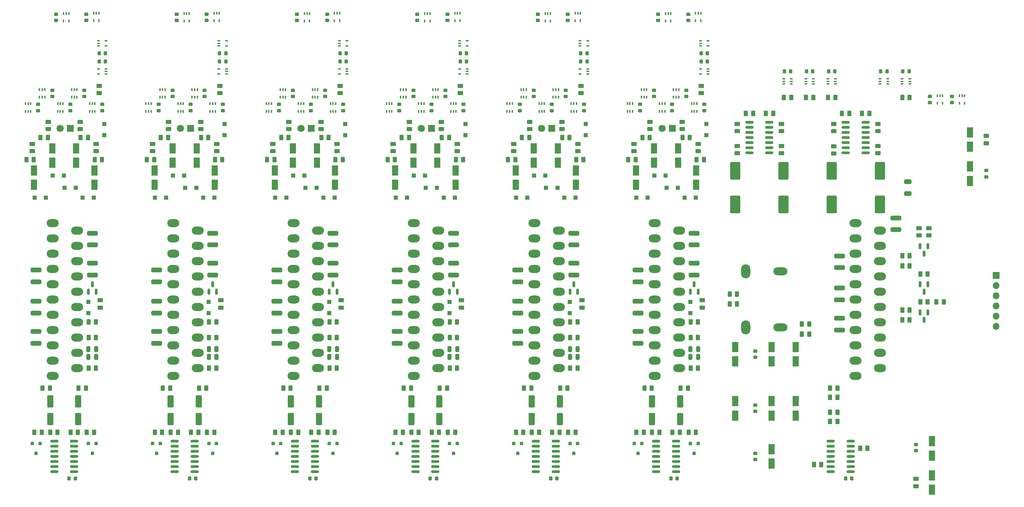
<source format=gbs>
G04 #@! TF.GenerationSoftware,KiCad,Pcbnew,8.0.8-2.fc41*
G04 #@! TF.CreationDate,2025-02-05T21:45:11+00:00*
G04 #@! TF.ProjectId,SCART_switcher,53434152-545f-4737-9769-74636865722e,rev?*
G04 #@! TF.SameCoordinates,Original*
G04 #@! TF.FileFunction,Soldermask,Bot*
G04 #@! TF.FilePolarity,Negative*
%FSLAX46Y46*%
G04 Gerber Fmt 4.6, Leading zero omitted, Abs format (unit mm)*
G04 Created by KiCad (PCBNEW 8.0.8-2.fc41) date 2025-02-05 21:45:11*
%MOMM*%
%LPD*%
G01*
G04 APERTURE LIST*
G04 Aperture macros list*
%AMRoundRect*
0 Rectangle with rounded corners*
0 $1 Rounding radius*
0 $2 $3 $4 $5 $6 $7 $8 $9 X,Y pos of 4 corners*
0 Add a 4 corners polygon primitive as box body*
4,1,4,$2,$3,$4,$5,$6,$7,$8,$9,$2,$3,0*
0 Add four circle primitives for the rounded corners*
1,1,$1+$1,$2,$3*
1,1,$1+$1,$4,$5*
1,1,$1+$1,$6,$7*
1,1,$1+$1,$8,$9*
0 Add four rect primitives between the rounded corners*
20,1,$1+$1,$2,$3,$4,$5,0*
20,1,$1+$1,$4,$5,$6,$7,0*
20,1,$1+$1,$6,$7,$8,$9,0*
20,1,$1+$1,$8,$9,$2,$3,0*%
G04 Aperture macros list end*
%ADD10R,1.800000X1.800000*%
%ADD11C,1.800000*%
%ADD12O,3.000000X2.000000*%
%ADD13O,3.500000X2.000000*%
%ADD14O,2.300000X3.500000*%
%ADD15R,1.700000X1.700000*%
%ADD16O,1.700000X1.700000*%
%ADD17RoundRect,0.250000X-0.262500X-0.450000X0.262500X-0.450000X0.262500X0.450000X-0.262500X0.450000X0*%
%ADD18RoundRect,0.250000X-1.075000X0.312500X-1.075000X-0.312500X1.075000X-0.312500X1.075000X0.312500X0*%
%ADD19RoundRect,0.225000X0.250000X-0.225000X0.250000X0.225000X-0.250000X0.225000X-0.250000X-0.225000X0*%
%ADD20RoundRect,0.250000X0.262500X0.450000X-0.262500X0.450000X-0.262500X-0.450000X0.262500X-0.450000X0*%
%ADD21RoundRect,0.250000X-0.550000X1.050000X-0.550000X-1.050000X0.550000X-1.050000X0.550000X1.050000X0*%
%ADD22RoundRect,0.250000X0.300000X0.300000X-0.300000X0.300000X-0.300000X-0.300000X0.300000X-0.300000X0*%
%ADD23RoundRect,0.100000X-0.100000X0.225000X-0.100000X-0.225000X0.100000X-0.225000X0.100000X0.225000X0*%
%ADD24RoundRect,0.250000X-1.000000X1.950000X-1.000000X-1.950000X1.000000X-1.950000X1.000000X1.950000X0*%
%ADD25RoundRect,0.100000X-0.225000X-0.100000X0.225000X-0.100000X0.225000X0.100000X-0.225000X0.100000X0*%
%ADD26RoundRect,0.250000X0.300000X-0.300000X0.300000X0.300000X-0.300000X0.300000X-0.300000X-0.300000X0*%
%ADD27RoundRect,0.250000X0.450000X-0.262500X0.450000X0.262500X-0.450000X0.262500X-0.450000X-0.262500X0*%
%ADD28RoundRect,0.250000X0.550000X-1.050000X0.550000X1.050000X-0.550000X1.050000X-0.550000X-1.050000X0*%
%ADD29RoundRect,0.200000X-0.200000X0.250000X-0.200000X-0.250000X0.200000X-0.250000X0.200000X0.250000X0*%
%ADD30RoundRect,0.250000X0.550000X-1.250000X0.550000X1.250000X-0.550000X1.250000X-0.550000X-1.250000X0*%
%ADD31RoundRect,0.100000X0.225000X0.100000X-0.225000X0.100000X-0.225000X-0.100000X0.225000X-0.100000X0*%
%ADD32RoundRect,0.250000X-0.300000X-0.300000X0.300000X-0.300000X0.300000X0.300000X-0.300000X0.300000X0*%
%ADD33RoundRect,0.225000X0.225000X0.250000X-0.225000X0.250000X-0.225000X-0.250000X0.225000X-0.250000X0*%
%ADD34RoundRect,0.250000X0.250000X0.475000X-0.250000X0.475000X-0.250000X-0.475000X0.250000X-0.475000X0*%
%ADD35RoundRect,0.225000X-0.250000X0.225000X-0.250000X-0.225000X0.250000X-0.225000X0.250000X0.225000X0*%
%ADD36RoundRect,0.150000X0.825000X0.150000X-0.825000X0.150000X-0.825000X-0.150000X0.825000X-0.150000X0*%
%ADD37RoundRect,0.250000X-0.450000X0.262500X-0.450000X-0.262500X0.450000X-0.262500X0.450000X0.262500X0*%
%ADD38RoundRect,0.150000X0.150000X-0.587500X0.150000X0.587500X-0.150000X0.587500X-0.150000X-0.587500X0*%
%ADD39RoundRect,0.250000X-0.300000X0.300000X-0.300000X-0.300000X0.300000X-0.300000X0.300000X0.300000X0*%
%ADD40RoundRect,0.225000X-0.225000X-0.250000X0.225000X-0.250000X0.225000X0.250000X-0.225000X0.250000X0*%
%ADD41RoundRect,0.150000X-0.150000X0.587500X-0.150000X-0.587500X0.150000X-0.587500X0.150000X0.587500X0*%
%ADD42RoundRect,0.150000X-0.825000X-0.150000X0.825000X-0.150000X0.825000X0.150000X-0.825000X0.150000X0*%
%ADD43RoundRect,0.250000X0.650000X-0.325000X0.650000X0.325000X-0.650000X0.325000X-0.650000X-0.325000X0*%
G04 APERTURE END LIST*
D10*
X30275000Y-68750000D03*
D11*
X27735000Y-68750000D03*
D12*
X25900707Y-130404293D03*
X32000707Y-128499293D03*
X25900707Y-126594293D03*
X32000707Y-124689293D03*
X25900707Y-122784293D03*
X32000707Y-120879293D03*
X25900707Y-118974293D03*
X32000707Y-117069293D03*
X25900707Y-115164293D03*
X32000707Y-113259293D03*
X25900707Y-111354293D03*
X32000707Y-109449293D03*
X25900707Y-107544293D03*
X32000707Y-105639293D03*
X25900707Y-103734293D03*
X32000707Y-101829293D03*
X25900707Y-99924293D03*
X32000707Y-98019293D03*
X25900707Y-96114293D03*
X32000707Y-94209293D03*
X25900707Y-92304293D03*
X55900707Y-130404293D03*
X62000707Y-128499293D03*
X55900707Y-126594293D03*
X62000707Y-124689293D03*
X55900707Y-122784293D03*
X62000707Y-120879293D03*
X55900707Y-118974293D03*
X62000707Y-117069293D03*
X55900707Y-115164293D03*
X62000707Y-113259293D03*
X55900707Y-111354293D03*
X62000707Y-109449293D03*
X55900707Y-107544293D03*
X62000707Y-105639293D03*
X55900707Y-103734293D03*
X62000707Y-101829293D03*
X55900707Y-99924293D03*
X62000707Y-98019293D03*
X55900707Y-96114293D03*
X62000707Y-94209293D03*
X55900707Y-92304293D03*
D10*
X180275000Y-68750000D03*
D11*
X177735000Y-68750000D03*
D12*
X175900707Y-130404293D03*
X182000707Y-128499293D03*
X175900707Y-126594293D03*
X182000707Y-124689293D03*
X175900707Y-122784293D03*
X182000707Y-120879293D03*
X175900707Y-118974293D03*
X182000707Y-117069293D03*
X175900707Y-115164293D03*
X182000707Y-113259293D03*
X175900707Y-111354293D03*
X182000707Y-109449293D03*
X175900707Y-107544293D03*
X182000707Y-105639293D03*
X175900707Y-103734293D03*
X182000707Y-101829293D03*
X175900707Y-99924293D03*
X182000707Y-98019293D03*
X175900707Y-96114293D03*
X182000707Y-94209293D03*
X175900707Y-92304293D03*
D10*
X60275000Y-68750000D03*
D11*
X57735000Y-68750000D03*
D10*
X150275000Y-68750000D03*
D11*
X147735000Y-68750000D03*
D12*
X85900707Y-130404293D03*
X92000707Y-128499293D03*
X85900707Y-126594293D03*
X92000707Y-124689293D03*
X85900707Y-122784293D03*
X92000707Y-120879293D03*
X85900707Y-118974293D03*
X92000707Y-117069293D03*
X85900707Y-115164293D03*
X92000707Y-113259293D03*
X85900707Y-111354293D03*
X92000707Y-109449293D03*
X85900707Y-107544293D03*
X92000707Y-105639293D03*
X85900707Y-103734293D03*
X92000707Y-101829293D03*
X85900707Y-99924293D03*
X92000707Y-98019293D03*
X85900707Y-96114293D03*
X92000707Y-94209293D03*
X85900707Y-92304293D03*
X115900707Y-130404293D03*
X122000707Y-128499293D03*
X115900707Y-126594293D03*
X122000707Y-124689293D03*
X115900707Y-122784293D03*
X122000707Y-120879293D03*
X115900707Y-118974293D03*
X122000707Y-117069293D03*
X115900707Y-115164293D03*
X122000707Y-113259293D03*
X115900707Y-111354293D03*
X122000707Y-109449293D03*
X115900707Y-107544293D03*
X122000707Y-105639293D03*
X115900707Y-103734293D03*
X122000707Y-101829293D03*
X115900707Y-99924293D03*
X122000707Y-98019293D03*
X115900707Y-96114293D03*
X122000707Y-94209293D03*
X115900707Y-92304293D03*
D13*
X207250707Y-118354293D03*
D14*
X198550707Y-118354293D03*
D13*
X207250707Y-104354293D03*
D14*
X198550707Y-104354293D03*
D15*
X261000000Y-105380000D03*
D16*
X261000000Y-107920000D03*
X261000000Y-110460000D03*
X261000000Y-113000000D03*
X261000000Y-115540000D03*
X261000000Y-118080000D03*
D12*
X225900707Y-130404293D03*
X232000707Y-128499293D03*
X225900707Y-126594293D03*
X232000707Y-124689293D03*
X225900707Y-122784293D03*
X232000707Y-120879293D03*
X225900707Y-118974293D03*
X232000707Y-117069293D03*
X225900707Y-115164293D03*
X232000707Y-113259293D03*
X225900707Y-111354293D03*
X232000707Y-109449293D03*
X225900707Y-107544293D03*
X232000707Y-105639293D03*
X225900707Y-103734293D03*
X232000707Y-101829293D03*
X225900707Y-99924293D03*
X232000707Y-98019293D03*
X225900707Y-96114293D03*
X232000707Y-94209293D03*
X225900707Y-92304293D03*
D10*
X120275000Y-68750000D03*
D11*
X117735000Y-68750000D03*
D10*
X90275000Y-68750000D03*
D11*
X87735000Y-68750000D03*
D12*
X145900707Y-130404293D03*
X152000707Y-128499293D03*
X145900707Y-126594293D03*
X152000707Y-124689293D03*
X145900707Y-122784293D03*
X152000707Y-120879293D03*
X145900707Y-118974293D03*
X152000707Y-117069293D03*
X145900707Y-115164293D03*
X152000707Y-113259293D03*
X145900707Y-111354293D03*
X152000707Y-109449293D03*
X145900707Y-107544293D03*
X152000707Y-105639293D03*
X145900707Y-103734293D03*
X152000707Y-101829293D03*
X145900707Y-99924293D03*
X152000707Y-98019293D03*
X145900707Y-96114293D03*
X152000707Y-94209293D03*
X145900707Y-92304293D03*
D17*
X186337500Y-76500000D03*
X188162500Y-76500000D03*
X219587500Y-135750000D03*
X221412500Y-135750000D03*
D18*
X35750000Y-102337500D03*
X35750000Y-105262500D03*
D19*
X176750000Y-41775000D03*
X176750000Y-40225000D03*
D20*
X175162500Y-133500000D03*
X173337500Y-133500000D03*
D21*
X66250000Y-79200000D03*
X66250000Y-82800000D03*
D22*
X181650000Y-83500000D03*
X178850000Y-83500000D03*
D20*
X114662500Y-71000000D03*
X112837500Y-71000000D03*
D23*
X19100000Y-62550000D03*
X19750000Y-62550000D03*
X20400000Y-62550000D03*
X20400000Y-64450000D03*
X19750000Y-64450000D03*
X19100000Y-64450000D03*
D22*
X156150000Y-86000000D03*
X153350000Y-86000000D03*
D17*
X94837500Y-128500000D03*
X96662500Y-128500000D03*
D21*
X85750000Y-73700000D03*
X85750000Y-77300000D03*
D24*
X232000000Y-79300000D03*
X232000000Y-87700000D03*
D25*
X219050000Y-57650000D03*
X219050000Y-57000000D03*
X219050000Y-56350000D03*
X220950000Y-56350000D03*
X220950000Y-57000000D03*
X220950000Y-57650000D03*
D26*
X64750000Y-114800000D03*
X64750000Y-112000000D03*
D19*
X172250000Y-64275000D03*
X172250000Y-62725000D03*
D17*
X184837500Y-120900000D03*
X186662500Y-120900000D03*
D27*
X244250000Y-95412500D03*
X244250000Y-93587500D03*
D19*
X146750000Y-41775000D03*
X146750000Y-40225000D03*
D28*
X196000000Y-140300000D03*
X196000000Y-136700000D03*
D23*
X112600000Y-59050000D03*
X113250000Y-59050000D03*
X113900000Y-59050000D03*
X113900000Y-60950000D03*
X113250000Y-60950000D03*
X112600000Y-60950000D03*
D29*
X154800000Y-147300000D03*
X156700000Y-147300000D03*
X155750000Y-149700000D03*
D20*
X55162500Y-133500000D03*
X53337500Y-133500000D03*
D23*
X117100000Y-62550000D03*
X117750000Y-62550000D03*
X118400000Y-62550000D03*
X118400000Y-64450000D03*
X117750000Y-64450000D03*
X117100000Y-64450000D03*
D17*
X182837500Y-71000000D03*
X184662500Y-71000000D03*
D20*
X62162500Y-144500000D03*
X60337500Y-144500000D03*
D17*
X34837500Y-117000000D03*
X36662500Y-117000000D03*
D21*
X55750000Y-73700000D03*
X55750000Y-77300000D03*
D18*
X81750000Y-111837500D03*
X81750000Y-114762500D03*
D20*
X145162500Y-133500000D03*
X143337500Y-133500000D03*
D30*
X55250000Y-141200000D03*
X55250000Y-136800000D03*
D31*
X189200000Y-53850000D03*
X189200000Y-54500000D03*
X189200000Y-55150000D03*
X187300000Y-55150000D03*
X187300000Y-53850000D03*
D19*
X150250000Y-64275000D03*
X150250000Y-62725000D03*
D32*
X51350000Y-86000000D03*
X54150000Y-86000000D03*
D17*
X62337500Y-133500000D03*
X64162500Y-133500000D03*
D19*
X30250000Y-64275000D03*
X30250000Y-62725000D03*
D20*
X53162500Y-144500000D03*
X51337500Y-144500000D03*
D17*
X64837500Y-120900000D03*
X66662500Y-120900000D03*
X122337500Y-133500000D03*
X124162500Y-133500000D03*
X154337500Y-144500000D03*
X156162500Y-144500000D03*
D18*
X21750000Y-104037500D03*
X21750000Y-106962500D03*
X141750000Y-119337500D03*
X141750000Y-122262500D03*
D17*
X62837500Y-71000000D03*
X64662500Y-71000000D03*
D20*
X111162500Y-76500000D03*
X109337500Y-76500000D03*
D30*
X62250000Y-141200000D03*
X62250000Y-136800000D03*
D33*
X121525000Y-156000000D03*
X119975000Y-156000000D03*
D19*
X22250000Y-64275000D03*
X22250000Y-62725000D03*
D21*
X151750000Y-73700000D03*
X151750000Y-77300000D03*
D20*
X209912500Y-61000000D03*
X208087500Y-61000000D03*
D23*
X150600000Y-59050000D03*
X151250000Y-59050000D03*
X151900000Y-59050000D03*
X151900000Y-60950000D03*
X151250000Y-60950000D03*
X150600000Y-60950000D03*
D20*
X239412500Y-114000000D03*
X237587500Y-114000000D03*
X173162500Y-144500000D03*
X171337500Y-144500000D03*
D25*
X97300000Y-48150000D03*
X97300000Y-47500000D03*
X97300000Y-46850000D03*
X99200000Y-46850000D03*
X99200000Y-48150000D03*
D20*
X243912500Y-105000000D03*
X242087500Y-105000000D03*
X152162500Y-144500000D03*
X150337500Y-144500000D03*
D34*
X156700000Y-125700000D03*
X154800000Y-125700000D03*
D35*
X241000000Y-147500000D03*
X241000000Y-149050000D03*
D19*
X184250000Y-41775000D03*
X184250000Y-40225000D03*
D25*
X187300000Y-48150000D03*
X187300000Y-47500000D03*
X187300000Y-46850000D03*
X189200000Y-46850000D03*
X189200000Y-48150000D03*
D20*
X51162500Y-76500000D03*
X49337500Y-76500000D03*
D21*
X141250000Y-79200000D03*
X141250000Y-82800000D03*
D30*
X115250000Y-141200000D03*
X115250000Y-136800000D03*
X122250000Y-141200000D03*
X122250000Y-136800000D03*
D21*
X121750000Y-73700000D03*
X121750000Y-77300000D03*
D36*
X228475000Y-67190000D03*
X228475000Y-68460000D03*
X228475000Y-69730000D03*
X228475000Y-71000000D03*
X228475000Y-72270000D03*
X228475000Y-73540000D03*
X228475000Y-74810000D03*
X223525000Y-74810000D03*
X223525000Y-73540000D03*
X223525000Y-72270000D03*
X223525000Y-71000000D03*
X223525000Y-69730000D03*
X223525000Y-68460000D03*
X223525000Y-67190000D03*
D23*
X30600000Y-59050000D03*
X31250000Y-59050000D03*
X31900000Y-59050000D03*
X31900000Y-60950000D03*
X31250000Y-60950000D03*
X30600000Y-60950000D03*
D20*
X24662500Y-71000000D03*
X22837500Y-71000000D03*
D27*
X97750000Y-113412500D03*
X97750000Y-111587500D03*
D33*
X61525000Y-156000000D03*
X59975000Y-156000000D03*
D23*
X65100000Y-62550000D03*
X65750000Y-62550000D03*
X66400000Y-62550000D03*
X66400000Y-64450000D03*
X65750000Y-64450000D03*
X65100000Y-64450000D03*
D27*
X187500000Y-59912500D03*
X187500000Y-58087500D03*
D26*
X34750000Y-114800000D03*
X34750000Y-112000000D03*
D23*
X96100000Y-40000000D03*
X96750000Y-40000000D03*
X97400000Y-40000000D03*
X97400000Y-41900000D03*
X96100000Y-41900000D03*
D17*
X94837500Y-117000000D03*
X96662500Y-117000000D03*
D33*
X233775000Y-54500000D03*
X232225000Y-54500000D03*
D20*
X171162500Y-76500000D03*
X169337500Y-76500000D03*
X239412500Y-61000000D03*
X237587500Y-61000000D03*
D19*
X128250000Y-64275000D03*
X128250000Y-62725000D03*
D23*
X126100000Y-40000000D03*
X126750000Y-40000000D03*
X127400000Y-40000000D03*
X127400000Y-41900000D03*
X126100000Y-41900000D03*
D30*
X25250000Y-141200000D03*
X25250000Y-136800000D03*
D37*
X231500000Y-73087500D03*
X231500000Y-74912500D03*
X196500000Y-67587500D03*
X196500000Y-69412500D03*
D38*
X186700000Y-109437500D03*
X184800000Y-109437500D03*
X185750000Y-107562500D03*
D22*
X151650000Y-83500000D03*
X148850000Y-83500000D03*
D38*
X96700000Y-109437500D03*
X94800000Y-109437500D03*
X95750000Y-107562500D03*
D17*
X145250000Y-144500000D03*
X147075000Y-144500000D03*
D34*
X66700000Y-125700000D03*
X64800000Y-125700000D03*
X186700000Y-125700000D03*
X184800000Y-125700000D03*
D19*
X258500000Y-80775000D03*
X258500000Y-79225000D03*
X188250000Y-64275000D03*
X188250000Y-62725000D03*
D24*
X208000000Y-79300000D03*
X208000000Y-87700000D03*
D27*
X127750000Y-113412500D03*
X127750000Y-111587500D03*
D19*
X90250000Y-64275000D03*
X90250000Y-62725000D03*
D17*
X34337500Y-144500000D03*
X36162500Y-144500000D03*
X194587500Y-110000000D03*
X196412500Y-110000000D03*
D23*
X109100000Y-62550000D03*
X109750000Y-62550000D03*
X110400000Y-62550000D03*
X110400000Y-64450000D03*
X109750000Y-64450000D03*
X109100000Y-64450000D03*
D17*
X126337500Y-76500000D03*
X128162500Y-76500000D03*
D19*
X250000000Y-62275000D03*
X250000000Y-60725000D03*
D23*
X172600000Y-59050000D03*
X173250000Y-59050000D03*
X173900000Y-59050000D03*
X173900000Y-60950000D03*
X173250000Y-60950000D03*
X172600000Y-60950000D03*
D18*
X65750000Y-102337500D03*
X65750000Y-105262500D03*
D17*
X34837500Y-120900000D03*
X36662500Y-120900000D03*
D24*
X220000000Y-79300000D03*
X220000000Y-87700000D03*
D27*
X182750000Y-68912500D03*
X182750000Y-67087500D03*
D21*
X81250000Y-79200000D03*
X81250000Y-82800000D03*
D17*
X219587500Y-133500000D03*
X221412500Y-133500000D03*
D19*
X25750000Y-60775000D03*
X25750000Y-59225000D03*
D38*
X156700000Y-109437500D03*
X154800000Y-109437500D03*
X155750000Y-107562500D03*
D29*
X184800000Y-147300000D03*
X186700000Y-147300000D03*
X185750000Y-149700000D03*
D17*
X94837500Y-120900000D03*
X96662500Y-120900000D03*
D23*
X87100000Y-62550000D03*
X87750000Y-62550000D03*
X88400000Y-62550000D03*
X88400000Y-64450000D03*
X87750000Y-64450000D03*
X87100000Y-64450000D03*
D20*
X84662500Y-71000000D03*
X82837500Y-71000000D03*
D39*
X38750000Y-67600000D03*
X38750000Y-70400000D03*
D38*
X36700000Y-109437500D03*
X34800000Y-109437500D03*
X35750000Y-107562500D03*
D18*
X95750000Y-94837500D03*
X95750000Y-97762500D03*
D20*
X247912500Y-112000000D03*
X246087500Y-112000000D03*
D17*
X32337500Y-133500000D03*
X34162500Y-133500000D03*
D22*
X31650000Y-83500000D03*
X28850000Y-83500000D03*
D17*
X203587500Y-65000000D03*
X205412500Y-65000000D03*
X124837500Y-117000000D03*
X126662500Y-117000000D03*
X175250000Y-144500000D03*
X177075000Y-144500000D03*
D18*
X171750000Y-111837500D03*
X171750000Y-114762500D03*
D29*
X110800000Y-147300000D03*
X112700000Y-147300000D03*
X111750000Y-149700000D03*
D28*
X254500000Y-81800000D03*
X254500000Y-78200000D03*
D39*
X158750000Y-67600000D03*
X158750000Y-70400000D03*
D17*
X152837500Y-71000000D03*
X154662500Y-71000000D03*
D19*
X68250000Y-64275000D03*
X68250000Y-62725000D03*
D17*
X34837500Y-128500000D03*
X36662500Y-128500000D03*
D34*
X66700000Y-123700000D03*
X64800000Y-123700000D03*
D23*
X95100000Y-62550000D03*
X95750000Y-62550000D03*
X96400000Y-62550000D03*
X96400000Y-64450000D03*
X95750000Y-64450000D03*
X95100000Y-64450000D03*
D18*
X236000000Y-91037500D03*
X236000000Y-93962500D03*
D23*
X120600000Y-59050000D03*
X121250000Y-59050000D03*
X121900000Y-59050000D03*
X121900000Y-60950000D03*
X121250000Y-60950000D03*
X120600000Y-60950000D03*
D37*
X220500000Y-73175000D03*
X220500000Y-75000000D03*
D19*
X142250000Y-64275000D03*
X142250000Y-62725000D03*
D18*
X35750000Y-94837500D03*
X35750000Y-97762500D03*
D17*
X64337500Y-144500000D03*
X66162500Y-144500000D03*
D27*
X140750000Y-74412500D03*
X140750000Y-72587500D03*
D20*
X243912500Y-112000000D03*
X242087500Y-112000000D03*
D18*
X125750000Y-94837500D03*
X125750000Y-97762500D03*
D17*
X227587500Y-65000000D03*
X229412500Y-65000000D03*
D27*
X186750000Y-74412500D03*
X186750000Y-72587500D03*
X37750000Y-113412500D03*
X37750000Y-111587500D03*
D20*
X217412500Y-152500000D03*
X215587500Y-152500000D03*
D18*
X111750000Y-104037500D03*
X111750000Y-106962500D03*
D22*
X36150000Y-86000000D03*
X33350000Y-86000000D03*
D27*
X187750000Y-113412500D03*
X187750000Y-111587500D03*
D19*
X112250000Y-64275000D03*
X112250000Y-62725000D03*
D20*
X182162500Y-144500000D03*
X180337500Y-144500000D03*
D25*
X213550000Y-57650000D03*
X213550000Y-57000000D03*
X213550000Y-56350000D03*
X215450000Y-56350000D03*
X215450000Y-57000000D03*
X215450000Y-57650000D03*
D23*
X169100000Y-62550000D03*
X169750000Y-62550000D03*
X170400000Y-62550000D03*
X170400000Y-64450000D03*
X169750000Y-64450000D03*
X169100000Y-64450000D03*
D33*
X99025000Y-50000000D03*
X97475000Y-50000000D03*
D27*
X80750000Y-74412500D03*
X80750000Y-72587500D03*
D21*
X25750000Y-73700000D03*
X25750000Y-77300000D03*
D33*
X31525000Y-156000000D03*
X29975000Y-156000000D03*
D19*
X26750000Y-41775000D03*
X26750000Y-40225000D03*
D27*
X67750000Y-113412500D03*
X67750000Y-111587500D03*
D23*
X88600000Y-40050000D03*
X89250000Y-40050000D03*
X89900000Y-40050000D03*
X89900000Y-41950000D03*
X88600000Y-41950000D03*
D37*
X241750000Y-93587500D03*
X241750000Y-95412500D03*
D28*
X211000000Y-126800000D03*
X211000000Y-123200000D03*
D21*
X61750000Y-73700000D03*
X61750000Y-77300000D03*
D20*
X115162500Y-133500000D03*
X113337500Y-133500000D03*
D33*
X220775000Y-54500000D03*
X219225000Y-54500000D03*
D23*
X35100000Y-62550000D03*
X35750000Y-62550000D03*
X36400000Y-62550000D03*
X36400000Y-64450000D03*
X35750000Y-64450000D03*
X35100000Y-64450000D03*
D40*
X67475000Y-52000000D03*
X69025000Y-52000000D03*
D30*
X145250000Y-141200000D03*
X145250000Y-136800000D03*
X92250000Y-141200000D03*
X92250000Y-136800000D03*
D18*
X81750000Y-119337500D03*
X81750000Y-122262500D03*
D21*
X51250000Y-79200000D03*
X51250000Y-82800000D03*
D28*
X205000000Y-140300000D03*
X205000000Y-136700000D03*
D33*
X181525000Y-156000000D03*
X179975000Y-156000000D03*
D27*
X157750000Y-113412500D03*
X157750000Y-111587500D03*
D28*
X254500000Y-73300000D03*
X254500000Y-69700000D03*
D27*
X20750000Y-74412500D03*
X20750000Y-72587500D03*
D20*
X32162500Y-144500000D03*
X30337500Y-144500000D03*
D41*
X242050000Y-107562500D03*
X243950000Y-107562500D03*
X243000000Y-109437500D03*
D20*
X143162500Y-144500000D03*
X141337500Y-144500000D03*
D34*
X186700000Y-123700000D03*
X184800000Y-123700000D03*
D42*
X56275000Y-154310000D03*
X56275000Y-153040000D03*
X56275000Y-151770000D03*
X56275000Y-150500000D03*
X56275000Y-149230000D03*
X56275000Y-147960000D03*
X56275000Y-146690000D03*
X61225000Y-146690000D03*
X61225000Y-147960000D03*
X61225000Y-149230000D03*
X61225000Y-150500000D03*
X61225000Y-151770000D03*
X61225000Y-153040000D03*
X61225000Y-154310000D03*
D32*
X145850000Y-80500000D03*
X148650000Y-80500000D03*
D25*
X37300000Y-48150000D03*
X37300000Y-47500000D03*
X37300000Y-46850000D03*
X39200000Y-46850000D03*
X39200000Y-48150000D03*
D31*
X159200000Y-53850000D03*
X159200000Y-54500000D03*
X159200000Y-55150000D03*
X157300000Y-55150000D03*
X157300000Y-53850000D03*
D27*
X144750000Y-68912500D03*
X144750000Y-67087500D03*
D23*
X28600000Y-40050000D03*
X29250000Y-40050000D03*
X29900000Y-40050000D03*
X29900000Y-41950000D03*
X28600000Y-41950000D03*
D17*
X25250000Y-144500000D03*
X27075000Y-144500000D03*
D23*
X27100000Y-62550000D03*
X27750000Y-62550000D03*
X28400000Y-62550000D03*
X28400000Y-64450000D03*
X27750000Y-64450000D03*
X27100000Y-64450000D03*
D20*
X25162500Y-133500000D03*
X23337500Y-133500000D03*
D29*
X20800000Y-147300000D03*
X22700000Y-147300000D03*
X21750000Y-149700000D03*
D19*
X145750000Y-60775000D03*
X145750000Y-59225000D03*
D33*
X209775000Y-54500000D03*
X208225000Y-54500000D03*
D32*
X175850000Y-80500000D03*
X178650000Y-80500000D03*
D19*
X116750000Y-41775000D03*
X116750000Y-40225000D03*
D23*
X185100000Y-62550000D03*
X185750000Y-62550000D03*
X186400000Y-62550000D03*
X186400000Y-64450000D03*
X185750000Y-64450000D03*
X185100000Y-64450000D03*
D27*
X110750000Y-74412500D03*
X110750000Y-72587500D03*
D22*
X126150000Y-86000000D03*
X123350000Y-86000000D03*
D27*
X152750000Y-68912500D03*
X152750000Y-67087500D03*
D39*
X128750000Y-67600000D03*
X128750000Y-70400000D03*
D21*
X175750000Y-73700000D03*
X175750000Y-77300000D03*
D25*
X157300000Y-48150000D03*
X157300000Y-47500000D03*
X157300000Y-46850000D03*
X159200000Y-46850000D03*
X159200000Y-48150000D03*
D27*
X126750000Y-74412500D03*
X126750000Y-72587500D03*
D22*
X91650000Y-83500000D03*
X88850000Y-83500000D03*
D17*
X184837500Y-117000000D03*
X186662500Y-117000000D03*
D20*
X214412500Y-120000000D03*
X212587500Y-120000000D03*
D17*
X55250000Y-144500000D03*
X57075000Y-144500000D03*
D20*
X23162500Y-144500000D03*
X21337500Y-144500000D03*
D21*
X156250000Y-79200000D03*
X156250000Y-82800000D03*
D17*
X64837500Y-128500000D03*
X66662500Y-128500000D03*
D18*
X21750000Y-119337500D03*
X21750000Y-122262500D03*
D23*
X125100000Y-62550000D03*
X125750000Y-62550000D03*
X126400000Y-62550000D03*
X126400000Y-64450000D03*
X125750000Y-64450000D03*
X125100000Y-64450000D03*
D26*
X124750000Y-114800000D03*
X124750000Y-112000000D03*
D32*
X25850000Y-80500000D03*
X28650000Y-80500000D03*
D25*
X127300000Y-48150000D03*
X127300000Y-47500000D03*
X127300000Y-46850000D03*
X129200000Y-46850000D03*
X129200000Y-48150000D03*
D40*
X187475000Y-52000000D03*
X189025000Y-52000000D03*
D17*
X152337500Y-133500000D03*
X154162500Y-133500000D03*
D23*
X58600000Y-40050000D03*
X59250000Y-40050000D03*
X59900000Y-40050000D03*
X59900000Y-41950000D03*
X58600000Y-41950000D03*
D27*
X157500000Y-59912500D03*
X157500000Y-58087500D03*
D23*
X139100000Y-62550000D03*
X139750000Y-62550000D03*
X140400000Y-62550000D03*
X140400000Y-64450000D03*
X139750000Y-64450000D03*
X139100000Y-64450000D03*
D19*
X158250000Y-64275000D03*
X158250000Y-62725000D03*
D18*
X185750000Y-94837500D03*
X185750000Y-97762500D03*
D29*
X170800000Y-147300000D03*
X172700000Y-147300000D03*
X171750000Y-149700000D03*
D33*
X189025000Y-50000000D03*
X187475000Y-50000000D03*
D30*
X182250000Y-141200000D03*
X182250000Y-136800000D03*
D32*
X141350000Y-86000000D03*
X144150000Y-86000000D03*
D29*
X94800000Y-147300000D03*
X96700000Y-147300000D03*
X95750000Y-149700000D03*
D25*
X67300000Y-48150000D03*
X67300000Y-47500000D03*
X67300000Y-46850000D03*
X69200000Y-46850000D03*
X69200000Y-48150000D03*
D40*
X127475000Y-52000000D03*
X129025000Y-52000000D03*
D32*
X171350000Y-86000000D03*
X174150000Y-86000000D03*
D23*
X60600000Y-59050000D03*
X61250000Y-59050000D03*
X61900000Y-59050000D03*
X61900000Y-60950000D03*
X61250000Y-60950000D03*
X60600000Y-60950000D03*
D33*
X69025000Y-50000000D03*
X67475000Y-50000000D03*
D42*
X176275000Y-154310000D03*
X176275000Y-153040000D03*
X176275000Y-151770000D03*
X176275000Y-150500000D03*
X176275000Y-149230000D03*
X176275000Y-147960000D03*
X176275000Y-146690000D03*
X181225000Y-146690000D03*
X181225000Y-147960000D03*
X181225000Y-149230000D03*
X181225000Y-150500000D03*
X181225000Y-151770000D03*
X181225000Y-153040000D03*
X181225000Y-154310000D03*
D20*
X144662500Y-71000000D03*
X142837500Y-71000000D03*
D27*
X67500000Y-59912500D03*
X67500000Y-58087500D03*
D40*
X157475000Y-52000000D03*
X159025000Y-52000000D03*
D17*
X32837500Y-71000000D03*
X34662500Y-71000000D03*
D23*
X148600000Y-40050000D03*
X149250000Y-40050000D03*
X149900000Y-40050000D03*
X149900000Y-41950000D03*
X148600000Y-41950000D03*
D21*
X96250000Y-79200000D03*
X96250000Y-82800000D03*
D22*
X66150000Y-86000000D03*
X63350000Y-86000000D03*
D17*
X219587500Y-139500000D03*
X221412500Y-139500000D03*
D29*
X34800000Y-147300000D03*
X36700000Y-147300000D03*
X35750000Y-149700000D03*
D18*
X81750000Y-104037500D03*
X81750000Y-106962500D03*
X111750000Y-119337500D03*
X111750000Y-122262500D03*
D17*
X124337500Y-144500000D03*
X126162500Y-144500000D03*
D23*
X118600000Y-40050000D03*
X119250000Y-40050000D03*
X119900000Y-40050000D03*
X119900000Y-41950000D03*
X118600000Y-41950000D03*
D22*
X186150000Y-86000000D03*
X183350000Y-86000000D03*
D18*
X125750000Y-102337500D03*
X125750000Y-105262500D03*
D19*
X64250000Y-41775000D03*
X64250000Y-40225000D03*
D27*
X66750000Y-74412500D03*
X66750000Y-72587500D03*
D20*
X200412500Y-65000000D03*
X198587500Y-65000000D03*
D27*
X127500000Y-59912500D03*
X127500000Y-58087500D03*
D17*
X194587500Y-112500000D03*
X196412500Y-112500000D03*
D20*
X220912500Y-61000000D03*
X219087500Y-61000000D03*
D31*
X39200000Y-53850000D03*
X39200000Y-54500000D03*
X39200000Y-55150000D03*
X37300000Y-55150000D03*
X37300000Y-53850000D03*
D28*
X205000000Y-126800000D03*
X205000000Y-123200000D03*
D18*
X155750000Y-102337500D03*
X155750000Y-105262500D03*
D34*
X126700000Y-125700000D03*
X124800000Y-125700000D03*
D21*
X171250000Y-79200000D03*
X171250000Y-82800000D03*
D40*
X37475000Y-52000000D03*
X39025000Y-52000000D03*
D43*
X239000000Y-84975000D03*
X239000000Y-82025000D03*
D23*
X49100000Y-62550000D03*
X49750000Y-62550000D03*
X50400000Y-62550000D03*
X50400000Y-64450000D03*
X49750000Y-64450000D03*
X49100000Y-64450000D03*
D20*
X21162500Y-76500000D03*
X19337500Y-76500000D03*
D27*
X174750000Y-68912500D03*
X174750000Y-67087500D03*
D17*
X154837500Y-117000000D03*
X156662500Y-117000000D03*
D19*
X52250000Y-64275000D03*
X52250000Y-62725000D03*
D27*
X96750000Y-74412500D03*
X96750000Y-72587500D03*
D19*
X60250000Y-64275000D03*
X60250000Y-62725000D03*
D18*
X111750000Y-111837500D03*
X111750000Y-114762500D03*
D17*
X124837500Y-128500000D03*
X126662500Y-128500000D03*
D37*
X207500000Y-73087500D03*
X207500000Y-74912500D03*
D18*
X171750000Y-104037500D03*
X171750000Y-106962500D03*
D21*
X245000000Y-146700000D03*
X245000000Y-150300000D03*
D23*
X82600000Y-59050000D03*
X83250000Y-59050000D03*
X83900000Y-59050000D03*
X83900000Y-60950000D03*
X83250000Y-60950000D03*
X82600000Y-60950000D03*
D19*
X85750000Y-60775000D03*
X85750000Y-59225000D03*
D27*
X170750000Y-74412500D03*
X170750000Y-72587500D03*
D41*
X242050000Y-114562500D03*
X243950000Y-114562500D03*
X243000000Y-116437500D03*
D34*
X96700000Y-125700000D03*
X94800000Y-125700000D03*
D32*
X81350000Y-86000000D03*
X84150000Y-86000000D03*
D37*
X196500000Y-73087500D03*
X196500000Y-74912500D03*
D34*
X156700000Y-123700000D03*
X154800000Y-123700000D03*
D18*
X21750000Y-111837500D03*
X21750000Y-114762500D03*
D30*
X85250000Y-141200000D03*
X85250000Y-136800000D03*
D21*
X36250000Y-79200000D03*
X36250000Y-82800000D03*
D19*
X183750000Y-60775000D03*
X183750000Y-59225000D03*
D17*
X154837500Y-128500000D03*
X156662500Y-128500000D03*
D25*
X208050000Y-57650000D03*
X208050000Y-57000000D03*
X208050000Y-56350000D03*
X209950000Y-56350000D03*
X209950000Y-57000000D03*
X209950000Y-57650000D03*
D32*
X55850000Y-80500000D03*
X58650000Y-80500000D03*
D27*
X114750000Y-68912500D03*
X114750000Y-67087500D03*
D29*
X140800000Y-147300000D03*
X142700000Y-147300000D03*
X141750000Y-149700000D03*
D34*
X36700000Y-123700000D03*
X34800000Y-123700000D03*
D30*
X152250000Y-141200000D03*
X152250000Y-136800000D03*
D20*
X92162500Y-144500000D03*
X90337500Y-144500000D03*
D27*
X122750000Y-68912500D03*
X122750000Y-67087500D03*
D21*
X245000000Y-155200000D03*
X245000000Y-158800000D03*
D23*
X66100000Y-40000000D03*
X66750000Y-40000000D03*
X67400000Y-40000000D03*
X67400000Y-41900000D03*
X66100000Y-41900000D03*
D32*
X115850000Y-80500000D03*
X118650000Y-80500000D03*
D29*
X80800000Y-147300000D03*
X82700000Y-147300000D03*
X81750000Y-149700000D03*
D37*
X258500000Y-70587500D03*
X258500000Y-72412500D03*
D42*
X146275000Y-154310000D03*
X146275000Y-153040000D03*
X146275000Y-151770000D03*
X146275000Y-150500000D03*
X146275000Y-149230000D03*
X146275000Y-147960000D03*
X146275000Y-146690000D03*
X151225000Y-146690000D03*
X151225000Y-147960000D03*
X151225000Y-149230000D03*
X151225000Y-150500000D03*
X151225000Y-151770000D03*
X151225000Y-153040000D03*
X151225000Y-154310000D03*
D30*
X175250000Y-141200000D03*
X175250000Y-136800000D03*
D20*
X113162500Y-144500000D03*
X111337500Y-144500000D03*
D25*
X237550000Y-57650000D03*
X237550000Y-57000000D03*
X237550000Y-56350000D03*
X239450000Y-56350000D03*
X239450000Y-57000000D03*
X239450000Y-57650000D03*
D19*
X244500000Y-62275000D03*
X244500000Y-60725000D03*
D33*
X129025000Y-50000000D03*
X127475000Y-50000000D03*
X159025000Y-50000000D03*
X157475000Y-50000000D03*
D19*
X38250000Y-64275000D03*
X38250000Y-62725000D03*
D18*
X51750000Y-104037500D03*
X51750000Y-106962500D03*
D34*
X96700000Y-123700000D03*
X94800000Y-123700000D03*
D21*
X21250000Y-79200000D03*
X21250000Y-82800000D03*
D18*
X141750000Y-111837500D03*
X141750000Y-114762500D03*
D17*
X219587500Y-141750000D03*
X221412500Y-141750000D03*
D19*
X120250000Y-64275000D03*
X120250000Y-62725000D03*
D32*
X21350000Y-86000000D03*
X24150000Y-86000000D03*
D27*
X62750000Y-68912500D03*
X62750000Y-67087500D03*
D23*
X52600000Y-59050000D03*
X53250000Y-59050000D03*
X53900000Y-59050000D03*
X53900000Y-60950000D03*
X53250000Y-60950000D03*
X52600000Y-60950000D03*
D42*
X86275000Y-154310000D03*
X86275000Y-153040000D03*
X86275000Y-151770000D03*
X86275000Y-150500000D03*
X86275000Y-149230000D03*
X86275000Y-147960000D03*
X86275000Y-146690000D03*
X91225000Y-146690000D03*
X91225000Y-147960000D03*
X91225000Y-149230000D03*
X91225000Y-150500000D03*
X91225000Y-151770000D03*
X91225000Y-153040000D03*
X91225000Y-154310000D03*
D28*
X196000000Y-126800000D03*
X196000000Y-123200000D03*
D36*
X204475000Y-67190000D03*
X204475000Y-68460000D03*
X204475000Y-69730000D03*
X204475000Y-71000000D03*
X204475000Y-72270000D03*
X204475000Y-73540000D03*
X204475000Y-74810000D03*
X199525000Y-74810000D03*
X199525000Y-73540000D03*
X199525000Y-72270000D03*
X199525000Y-71000000D03*
X199525000Y-69730000D03*
X199525000Y-68460000D03*
X199525000Y-67190000D03*
D27*
X36750000Y-74412500D03*
X36750000Y-72587500D03*
D28*
X211000000Y-140300000D03*
X211000000Y-136700000D03*
D19*
X86750000Y-41775000D03*
X86750000Y-40225000D03*
D17*
X115250000Y-144500000D03*
X117075000Y-144500000D03*
D33*
X39025000Y-50000000D03*
X37475000Y-50000000D03*
D19*
X154250000Y-41775000D03*
X154250000Y-40225000D03*
X201000000Y-151275000D03*
X201000000Y-149725000D03*
D32*
X85850000Y-80500000D03*
X88650000Y-80500000D03*
D27*
X37500000Y-59912500D03*
X37500000Y-58087500D03*
D33*
X151525000Y-156000000D03*
X149975000Y-156000000D03*
D23*
X156100000Y-40000000D03*
X156750000Y-40000000D03*
X157400000Y-40000000D03*
X157400000Y-41900000D03*
X156100000Y-41900000D03*
X90600000Y-59050000D03*
X91250000Y-59050000D03*
X91900000Y-59050000D03*
X91900000Y-60950000D03*
X91250000Y-60950000D03*
X90600000Y-60950000D03*
X180600000Y-59050000D03*
X181250000Y-59050000D03*
X181900000Y-59050000D03*
X181900000Y-60950000D03*
X181250000Y-60950000D03*
X180600000Y-60950000D03*
D33*
X215275000Y-54500000D03*
X213725000Y-54500000D03*
D29*
X124800000Y-147300000D03*
X126700000Y-147300000D03*
X125750000Y-149700000D03*
D17*
X154837500Y-120900000D03*
X156662500Y-120900000D03*
X66337500Y-76500000D03*
X68162500Y-76500000D03*
X156337500Y-76500000D03*
X158162500Y-76500000D03*
D20*
X174662500Y-71000000D03*
X172837500Y-71000000D03*
D33*
X91525000Y-156000000D03*
X89975000Y-156000000D03*
D19*
X94250000Y-41775000D03*
X94250000Y-40225000D03*
D18*
X222000000Y-100537500D03*
X222000000Y-103462500D03*
D29*
X64800000Y-147300000D03*
X66700000Y-147300000D03*
X65750000Y-149700000D03*
D19*
X175750000Y-60775000D03*
X175750000Y-59225000D03*
D31*
X99200000Y-53850000D03*
X99200000Y-54500000D03*
X99200000Y-55150000D03*
X97300000Y-55150000D03*
X97300000Y-53850000D03*
D23*
X142600000Y-59050000D03*
X143250000Y-59050000D03*
X143900000Y-59050000D03*
X143900000Y-60950000D03*
X143250000Y-60950000D03*
X142600000Y-60950000D03*
D30*
X32250000Y-141200000D03*
X32250000Y-136800000D03*
D20*
X85162500Y-133500000D03*
X83337500Y-133500000D03*
D19*
X153750000Y-60775000D03*
X153750000Y-59225000D03*
X180250000Y-64275000D03*
X180250000Y-62725000D03*
D17*
X85250000Y-144500000D03*
X87075000Y-144500000D03*
D23*
X155100000Y-62550000D03*
X155750000Y-62550000D03*
X156400000Y-62550000D03*
X156400000Y-64450000D03*
X155750000Y-64450000D03*
X155100000Y-64450000D03*
X246350000Y-60550000D03*
X247000000Y-60550000D03*
X247650000Y-60550000D03*
X247650000Y-62450000D03*
X246350000Y-62450000D03*
D18*
X51750000Y-111837500D03*
X51750000Y-114762500D03*
D26*
X94750000Y-114800000D03*
X94750000Y-112000000D03*
D25*
X232050000Y-57650000D03*
X232050000Y-57000000D03*
X232050000Y-56350000D03*
X233950000Y-56350000D03*
X233950000Y-57000000D03*
X233950000Y-57650000D03*
D27*
X156750000Y-74412500D03*
X156750000Y-72587500D03*
D40*
X97475000Y-52000000D03*
X99025000Y-52000000D03*
D37*
X207500000Y-67587500D03*
X207500000Y-69412500D03*
D20*
X239412500Y-116500000D03*
X237587500Y-116500000D03*
X239412500Y-103000000D03*
X237587500Y-103000000D03*
D21*
X31750000Y-73700000D03*
X31750000Y-77300000D03*
D17*
X64837500Y-117000000D03*
X66662500Y-117000000D03*
D19*
X98250000Y-64275000D03*
X98250000Y-62725000D03*
D24*
X196000000Y-79300000D03*
X196000000Y-87700000D03*
D18*
X185750000Y-102337500D03*
X185750000Y-105262500D03*
D21*
X115750000Y-73700000D03*
X115750000Y-77300000D03*
D27*
X54750000Y-68912500D03*
X54750000Y-67087500D03*
D28*
X205000000Y-152300000D03*
X205000000Y-148700000D03*
D19*
X63750000Y-60775000D03*
X63750000Y-59225000D03*
D17*
X184337500Y-144500000D03*
X186162500Y-144500000D03*
D23*
X36100000Y-40000000D03*
X36750000Y-40000000D03*
X37400000Y-40000000D03*
X37400000Y-41900000D03*
X36100000Y-41900000D03*
X22600000Y-59050000D03*
X23250000Y-59050000D03*
X23900000Y-59050000D03*
X23900000Y-60950000D03*
X23250000Y-60950000D03*
X22600000Y-60950000D03*
D17*
X94337500Y-144500000D03*
X96162500Y-144500000D03*
D26*
X184750000Y-114800000D03*
X184750000Y-112000000D03*
D27*
X92750000Y-68912500D03*
X92750000Y-67087500D03*
D23*
X177100000Y-62550000D03*
X177750000Y-62550000D03*
X178400000Y-62550000D03*
X178400000Y-64450000D03*
X177750000Y-64450000D03*
X177100000Y-64450000D03*
D18*
X222000000Y-116037500D03*
X222000000Y-118962500D03*
X141750000Y-104037500D03*
X141750000Y-106962500D03*
D42*
X26275000Y-154310000D03*
X26275000Y-153040000D03*
X26275000Y-151770000D03*
X26275000Y-150500000D03*
X26275000Y-149230000D03*
X26275000Y-147960000D03*
X26275000Y-146690000D03*
X31225000Y-146690000D03*
X31225000Y-147960000D03*
X31225000Y-149230000D03*
X31225000Y-150500000D03*
X31225000Y-151770000D03*
X31225000Y-153040000D03*
X31225000Y-154310000D03*
D19*
X33750000Y-60775000D03*
X33750000Y-59225000D03*
X34250000Y-41775000D03*
X34250000Y-40225000D03*
X124250000Y-41775000D03*
X124250000Y-40225000D03*
D22*
X96150000Y-86000000D03*
X93350000Y-86000000D03*
D27*
X24750000Y-68912500D03*
X24750000Y-67087500D03*
D17*
X237587500Y-100500000D03*
X239412500Y-100500000D03*
D39*
X68750000Y-67600000D03*
X68750000Y-70400000D03*
D18*
X65750000Y-94837500D03*
X65750000Y-97762500D03*
D20*
X122162500Y-144500000D03*
X120337500Y-144500000D03*
D18*
X171750000Y-119337500D03*
X171750000Y-122262500D03*
D21*
X91750000Y-73700000D03*
X91750000Y-77300000D03*
D39*
X188750000Y-67600000D03*
X188750000Y-70400000D03*
D23*
X147100000Y-62550000D03*
X147750000Y-62550000D03*
X148400000Y-62550000D03*
X148400000Y-64450000D03*
X147750000Y-64450000D03*
X147100000Y-64450000D03*
D18*
X51750000Y-119337500D03*
X51750000Y-122262500D03*
D37*
X231500000Y-67587500D03*
X231500000Y-69412500D03*
D21*
X126250000Y-79200000D03*
X126250000Y-82800000D03*
D20*
X54662500Y-71000000D03*
X52837500Y-71000000D03*
D23*
X186100000Y-40000000D03*
X186750000Y-40000000D03*
X187400000Y-40000000D03*
X187400000Y-41900000D03*
X186100000Y-41900000D03*
D22*
X61650000Y-83500000D03*
X58850000Y-83500000D03*
D17*
X36337500Y-76500000D03*
X38162500Y-76500000D03*
D37*
X220500000Y-67587500D03*
X220500000Y-69412500D03*
D41*
X242050000Y-98062500D03*
X243950000Y-98062500D03*
X243000000Y-99937500D03*
D19*
X82250000Y-64275000D03*
X82250000Y-62725000D03*
D38*
X66700000Y-109437500D03*
X64800000Y-109437500D03*
X65750000Y-107562500D03*
D20*
X81162500Y-76500000D03*
X79337500Y-76500000D03*
D19*
X201000000Y-139275000D03*
X201000000Y-137725000D03*
D20*
X214412500Y-117500000D03*
X212587500Y-117500000D03*
D27*
X32750000Y-68912500D03*
X32750000Y-67087500D03*
D26*
X154750000Y-114800000D03*
X154750000Y-112000000D03*
D34*
X36700000Y-125700000D03*
X34800000Y-125700000D03*
D19*
X56750000Y-41775000D03*
X56750000Y-40225000D03*
D20*
X224412500Y-65000000D03*
X222587500Y-65000000D03*
D19*
X201000000Y-125775000D03*
X201000000Y-124225000D03*
D20*
X141162500Y-76500000D03*
X139337500Y-76500000D03*
D19*
X55750000Y-60775000D03*
X55750000Y-59225000D03*
X93750000Y-60775000D03*
X93750000Y-59225000D03*
D17*
X92837500Y-71000000D03*
X94662500Y-71000000D03*
D38*
X126700000Y-109437500D03*
X124800000Y-109437500D03*
X125750000Y-107562500D03*
D33*
X239275000Y-54500000D03*
X237725000Y-54500000D03*
X225025000Y-156000000D03*
X223475000Y-156000000D03*
D23*
X251850000Y-60550000D03*
X252500000Y-60550000D03*
X253150000Y-60550000D03*
X253150000Y-62450000D03*
X251850000Y-62450000D03*
D21*
X181750000Y-73700000D03*
X181750000Y-77300000D03*
D17*
X227087500Y-148500000D03*
X228912500Y-148500000D03*
D27*
X50750000Y-74412500D03*
X50750000Y-72587500D03*
D32*
X111350000Y-86000000D03*
X114150000Y-86000000D03*
D27*
X241000000Y-157912500D03*
X241000000Y-156087500D03*
D19*
X123750000Y-60775000D03*
X123750000Y-59225000D03*
D17*
X96337500Y-76500000D03*
X98162500Y-76500000D03*
D18*
X222000000Y-108537500D03*
X222000000Y-111462500D03*
D42*
X116275000Y-154310000D03*
X116275000Y-153040000D03*
X116275000Y-151770000D03*
X116275000Y-150500000D03*
X116275000Y-149230000D03*
X116275000Y-147960000D03*
X116275000Y-146690000D03*
X121225000Y-146690000D03*
X121225000Y-147960000D03*
X121225000Y-149230000D03*
X121225000Y-150500000D03*
X121225000Y-151770000D03*
X121225000Y-153040000D03*
X121225000Y-154310000D03*
D23*
X178600000Y-40050000D03*
X179250000Y-40050000D03*
X179900000Y-40050000D03*
X179900000Y-41950000D03*
X178600000Y-41950000D03*
D31*
X129200000Y-53850000D03*
X129200000Y-54500000D03*
X129200000Y-55150000D03*
X127300000Y-55150000D03*
X127300000Y-53850000D03*
D39*
X98750000Y-67600000D03*
X98750000Y-70400000D03*
D23*
X57100000Y-62550000D03*
X57750000Y-62550000D03*
X58400000Y-62550000D03*
X58400000Y-64450000D03*
X57750000Y-64450000D03*
X57100000Y-64450000D03*
D17*
X184837500Y-128500000D03*
X186662500Y-128500000D03*
D34*
X126700000Y-123700000D03*
X124800000Y-123700000D03*
D31*
X69200000Y-53850000D03*
X69200000Y-54500000D03*
X69200000Y-55150000D03*
X67300000Y-55150000D03*
X67300000Y-53850000D03*
D17*
X182337500Y-133500000D03*
X184162500Y-133500000D03*
D18*
X95750000Y-102337500D03*
X95750000Y-105262500D03*
D22*
X121650000Y-83500000D03*
X118850000Y-83500000D03*
D17*
X92337500Y-133500000D03*
X94162500Y-133500000D03*
D21*
X186250000Y-79200000D03*
X186250000Y-82800000D03*
D27*
X84750000Y-68912500D03*
X84750000Y-67087500D03*
D20*
X83162500Y-144500000D03*
X81337500Y-144500000D03*
D23*
X79100000Y-62550000D03*
X79750000Y-62550000D03*
X80400000Y-62550000D03*
X80400000Y-64450000D03*
X79750000Y-64450000D03*
X79100000Y-64450000D03*
D21*
X145750000Y-73700000D03*
X145750000Y-77300000D03*
D29*
X50800000Y-147300000D03*
X52700000Y-147300000D03*
X51750000Y-149700000D03*
D20*
X215412500Y-61000000D03*
X213587500Y-61000000D03*
D18*
X155750000Y-94837500D03*
X155750000Y-97762500D03*
D17*
X122837500Y-71000000D03*
X124662500Y-71000000D03*
D42*
X219775000Y-154310000D03*
X219775000Y-153040000D03*
X219775000Y-151770000D03*
X219775000Y-150500000D03*
X219775000Y-149230000D03*
X219775000Y-147960000D03*
X219775000Y-146690000D03*
X224725000Y-146690000D03*
X224725000Y-147960000D03*
X224725000Y-149230000D03*
X224725000Y-150500000D03*
X224725000Y-151770000D03*
X224725000Y-153040000D03*
X224725000Y-154310000D03*
D21*
X111250000Y-79200000D03*
X111250000Y-82800000D03*
D17*
X124837500Y-120900000D03*
X126662500Y-120900000D03*
D27*
X97500000Y-59912500D03*
X97500000Y-58087500D03*
D19*
X115750000Y-60775000D03*
X115750000Y-59225000D03*
M02*

</source>
